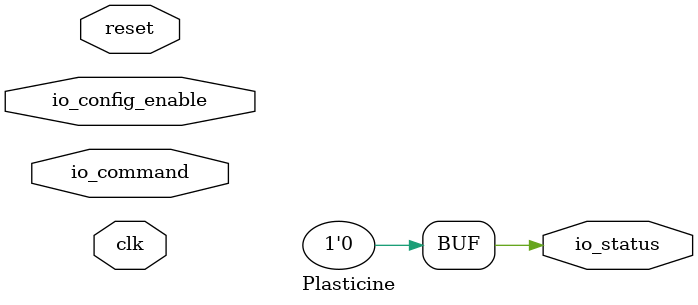
<source format=v>


module Plasticine (io_status , io_command , io_config_enable , reset , 
    clk );
output io_status ;
input  io_command ;
input  io_config_enable ;
input  reset ;
input  clk ;



assign io_status = 1'b0;
endmodule



</source>
